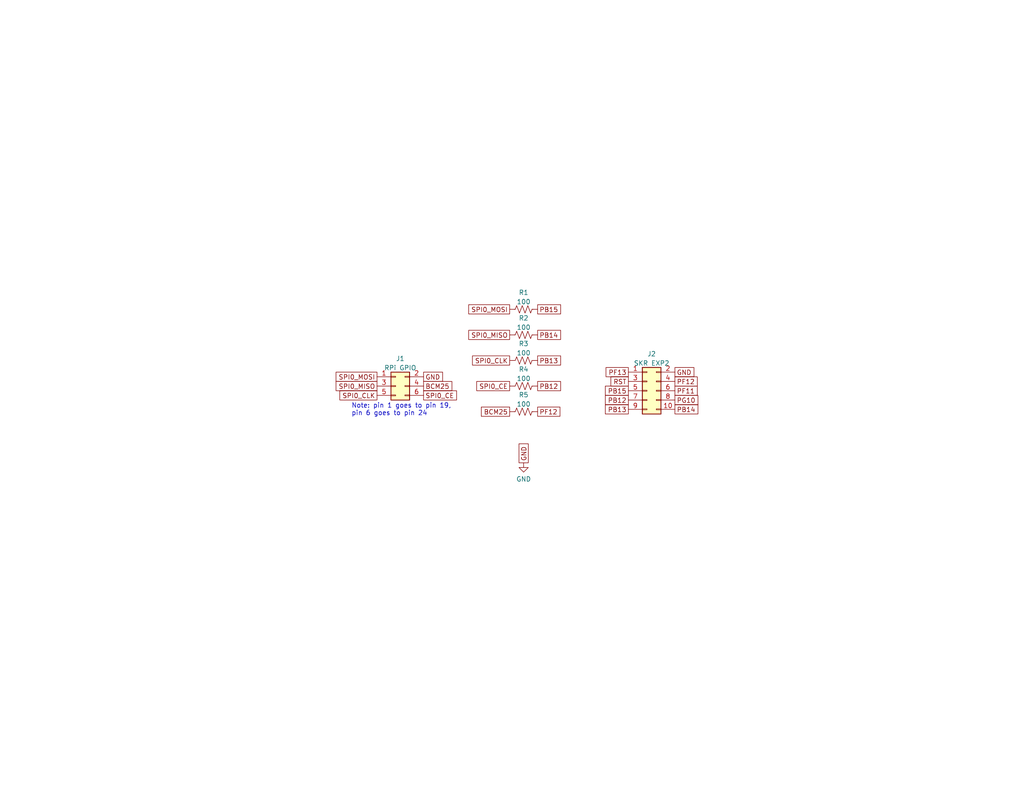
<source format=kicad_sch>
(kicad_sch (version 20211123) (generator eeschema)

  (uuid 9d5cb29b-ba44-4d7a-88ef-c21f003f6be8)

  (paper "USLetter")

  (title_block
    (title "RepRapFirmware Raspberry Pi-to-SKR Adapter")
    (date "2022-08-19")
    (rev "1.0")
    (company "Scott Alfter")
  )

  (lib_symbols
    (symbol "Connector_Generic:Conn_02x03_Odd_Even" (pin_names (offset 1.016) hide) (in_bom yes) (on_board yes)
      (property "Reference" "J" (id 0) (at 1.27 5.08 0)
        (effects (font (size 1.27 1.27)))
      )
      (property "Value" "Conn_02x03_Odd_Even" (id 1) (at 1.27 -5.08 0)
        (effects (font (size 1.27 1.27)))
      )
      (property "Footprint" "" (id 2) (at 0 0 0)
        (effects (font (size 1.27 1.27)) hide)
      )
      (property "Datasheet" "~" (id 3) (at 0 0 0)
        (effects (font (size 1.27 1.27)) hide)
      )
      (property "ki_keywords" "connector" (id 4) (at 0 0 0)
        (effects (font (size 1.27 1.27)) hide)
      )
      (property "ki_description" "Generic connector, double row, 02x03, odd/even pin numbering scheme (row 1 odd numbers, row 2 even numbers), script generated (kicad-library-utils/schlib/autogen/connector/)" (id 5) (at 0 0 0)
        (effects (font (size 1.27 1.27)) hide)
      )
      (property "ki_fp_filters" "Connector*:*_2x??_*" (id 6) (at 0 0 0)
        (effects (font (size 1.27 1.27)) hide)
      )
      (symbol "Conn_02x03_Odd_Even_1_1"
        (rectangle (start -1.27 -2.413) (end 0 -2.667)
          (stroke (width 0.1524) (type default) (color 0 0 0 0))
          (fill (type none))
        )
        (rectangle (start -1.27 0.127) (end 0 -0.127)
          (stroke (width 0.1524) (type default) (color 0 0 0 0))
          (fill (type none))
        )
        (rectangle (start -1.27 2.667) (end 0 2.413)
          (stroke (width 0.1524) (type default) (color 0 0 0 0))
          (fill (type none))
        )
        (rectangle (start -1.27 3.81) (end 3.81 -3.81)
          (stroke (width 0.254) (type default) (color 0 0 0 0))
          (fill (type background))
        )
        (rectangle (start 3.81 -2.413) (end 2.54 -2.667)
          (stroke (width 0.1524) (type default) (color 0 0 0 0))
          (fill (type none))
        )
        (rectangle (start 3.81 0.127) (end 2.54 -0.127)
          (stroke (width 0.1524) (type default) (color 0 0 0 0))
          (fill (type none))
        )
        (rectangle (start 3.81 2.667) (end 2.54 2.413)
          (stroke (width 0.1524) (type default) (color 0 0 0 0))
          (fill (type none))
        )
        (pin passive line (at -5.08 2.54 0) (length 3.81)
          (name "Pin_1" (effects (font (size 1.27 1.27))))
          (number "1" (effects (font (size 1.27 1.27))))
        )
        (pin passive line (at 7.62 2.54 180) (length 3.81)
          (name "Pin_2" (effects (font (size 1.27 1.27))))
          (number "2" (effects (font (size 1.27 1.27))))
        )
        (pin passive line (at -5.08 0 0) (length 3.81)
          (name "Pin_3" (effects (font (size 1.27 1.27))))
          (number "3" (effects (font (size 1.27 1.27))))
        )
        (pin passive line (at 7.62 0 180) (length 3.81)
          (name "Pin_4" (effects (font (size 1.27 1.27))))
          (number "4" (effects (font (size 1.27 1.27))))
        )
        (pin passive line (at -5.08 -2.54 0) (length 3.81)
          (name "Pin_5" (effects (font (size 1.27 1.27))))
          (number "5" (effects (font (size 1.27 1.27))))
        )
        (pin passive line (at 7.62 -2.54 180) (length 3.81)
          (name "Pin_6" (effects (font (size 1.27 1.27))))
          (number "6" (effects (font (size 1.27 1.27))))
        )
      )
    )
    (symbol "Connector_Generic:Conn_02x05_Odd_Even" (pin_names (offset 1.016) hide) (in_bom yes) (on_board yes)
      (property "Reference" "J" (id 0) (at 1.27 7.62 0)
        (effects (font (size 1.27 1.27)))
      )
      (property "Value" "Conn_02x05_Odd_Even" (id 1) (at 1.27 -7.62 0)
        (effects (font (size 1.27 1.27)))
      )
      (property "Footprint" "" (id 2) (at 0 0 0)
        (effects (font (size 1.27 1.27)) hide)
      )
      (property "Datasheet" "~" (id 3) (at 0 0 0)
        (effects (font (size 1.27 1.27)) hide)
      )
      (property "ki_keywords" "connector" (id 4) (at 0 0 0)
        (effects (font (size 1.27 1.27)) hide)
      )
      (property "ki_description" "Generic connector, double row, 02x05, odd/even pin numbering scheme (row 1 odd numbers, row 2 even numbers), script generated (kicad-library-utils/schlib/autogen/connector/)" (id 5) (at 0 0 0)
        (effects (font (size 1.27 1.27)) hide)
      )
      (property "ki_fp_filters" "Connector*:*_2x??_*" (id 6) (at 0 0 0)
        (effects (font (size 1.27 1.27)) hide)
      )
      (symbol "Conn_02x05_Odd_Even_1_1"
        (rectangle (start -1.27 -4.953) (end 0 -5.207)
          (stroke (width 0.1524) (type default) (color 0 0 0 0))
          (fill (type none))
        )
        (rectangle (start -1.27 -2.413) (end 0 -2.667)
          (stroke (width 0.1524) (type default) (color 0 0 0 0))
          (fill (type none))
        )
        (rectangle (start -1.27 0.127) (end 0 -0.127)
          (stroke (width 0.1524) (type default) (color 0 0 0 0))
          (fill (type none))
        )
        (rectangle (start -1.27 2.667) (end 0 2.413)
          (stroke (width 0.1524) (type default) (color 0 0 0 0))
          (fill (type none))
        )
        (rectangle (start -1.27 5.207) (end 0 4.953)
          (stroke (width 0.1524) (type default) (color 0 0 0 0))
          (fill (type none))
        )
        (rectangle (start -1.27 6.35) (end 3.81 -6.35)
          (stroke (width 0.254) (type default) (color 0 0 0 0))
          (fill (type background))
        )
        (rectangle (start 3.81 -4.953) (end 2.54 -5.207)
          (stroke (width 0.1524) (type default) (color 0 0 0 0))
          (fill (type none))
        )
        (rectangle (start 3.81 -2.413) (end 2.54 -2.667)
          (stroke (width 0.1524) (type default) (color 0 0 0 0))
          (fill (type none))
        )
        (rectangle (start 3.81 0.127) (end 2.54 -0.127)
          (stroke (width 0.1524) (type default) (color 0 0 0 0))
          (fill (type none))
        )
        (rectangle (start 3.81 2.667) (end 2.54 2.413)
          (stroke (width 0.1524) (type default) (color 0 0 0 0))
          (fill (type none))
        )
        (rectangle (start 3.81 5.207) (end 2.54 4.953)
          (stroke (width 0.1524) (type default) (color 0 0 0 0))
          (fill (type none))
        )
        (pin passive line (at -5.08 5.08 0) (length 3.81)
          (name "Pin_1" (effects (font (size 1.27 1.27))))
          (number "1" (effects (font (size 1.27 1.27))))
        )
        (pin passive line (at 7.62 -5.08 180) (length 3.81)
          (name "Pin_10" (effects (font (size 1.27 1.27))))
          (number "10" (effects (font (size 1.27 1.27))))
        )
        (pin passive line (at 7.62 5.08 180) (length 3.81)
          (name "Pin_2" (effects (font (size 1.27 1.27))))
          (number "2" (effects (font (size 1.27 1.27))))
        )
        (pin passive line (at -5.08 2.54 0) (length 3.81)
          (name "Pin_3" (effects (font (size 1.27 1.27))))
          (number "3" (effects (font (size 1.27 1.27))))
        )
        (pin passive line (at 7.62 2.54 180) (length 3.81)
          (name "Pin_4" (effects (font (size 1.27 1.27))))
          (number "4" (effects (font (size 1.27 1.27))))
        )
        (pin passive line (at -5.08 0 0) (length 3.81)
          (name "Pin_5" (effects (font (size 1.27 1.27))))
          (number "5" (effects (font (size 1.27 1.27))))
        )
        (pin passive line (at 7.62 0 180) (length 3.81)
          (name "Pin_6" (effects (font (size 1.27 1.27))))
          (number "6" (effects (font (size 1.27 1.27))))
        )
        (pin passive line (at -5.08 -2.54 0) (length 3.81)
          (name "Pin_7" (effects (font (size 1.27 1.27))))
          (number "7" (effects (font (size 1.27 1.27))))
        )
        (pin passive line (at 7.62 -2.54 180) (length 3.81)
          (name "Pin_8" (effects (font (size 1.27 1.27))))
          (number "8" (effects (font (size 1.27 1.27))))
        )
        (pin passive line (at -5.08 -5.08 0) (length 3.81)
          (name "Pin_9" (effects (font (size 1.27 1.27))))
          (number "9" (effects (font (size 1.27 1.27))))
        )
      )
    )
    (symbol "Device:R_US" (pin_numbers hide) (pin_names (offset 0)) (in_bom yes) (on_board yes)
      (property "Reference" "R" (id 0) (at 2.54 0 90)
        (effects (font (size 1.27 1.27)))
      )
      (property "Value" "R_US" (id 1) (at -2.54 0 90)
        (effects (font (size 1.27 1.27)))
      )
      (property "Footprint" "" (id 2) (at 1.016 -0.254 90)
        (effects (font (size 1.27 1.27)) hide)
      )
      (property "Datasheet" "~" (id 3) (at 0 0 0)
        (effects (font (size 1.27 1.27)) hide)
      )
      (property "ki_keywords" "R res resistor" (id 4) (at 0 0 0)
        (effects (font (size 1.27 1.27)) hide)
      )
      (property "ki_description" "Resistor, US symbol" (id 5) (at 0 0 0)
        (effects (font (size 1.27 1.27)) hide)
      )
      (property "ki_fp_filters" "R_*" (id 6) (at 0 0 0)
        (effects (font (size 1.27 1.27)) hide)
      )
      (symbol "R_US_0_1"
        (polyline
          (pts
            (xy 0 -2.286)
            (xy 0 -2.54)
          )
          (stroke (width 0) (type default) (color 0 0 0 0))
          (fill (type none))
        )
        (polyline
          (pts
            (xy 0 2.286)
            (xy 0 2.54)
          )
          (stroke (width 0) (type default) (color 0 0 0 0))
          (fill (type none))
        )
        (polyline
          (pts
            (xy 0 -0.762)
            (xy 1.016 -1.143)
            (xy 0 -1.524)
            (xy -1.016 -1.905)
            (xy 0 -2.286)
          )
          (stroke (width 0) (type default) (color 0 0 0 0))
          (fill (type none))
        )
        (polyline
          (pts
            (xy 0 0.762)
            (xy 1.016 0.381)
            (xy 0 0)
            (xy -1.016 -0.381)
            (xy 0 -0.762)
          )
          (stroke (width 0) (type default) (color 0 0 0 0))
          (fill (type none))
        )
        (polyline
          (pts
            (xy 0 2.286)
            (xy 1.016 1.905)
            (xy 0 1.524)
            (xy -1.016 1.143)
            (xy 0 0.762)
          )
          (stroke (width 0) (type default) (color 0 0 0 0))
          (fill (type none))
        )
      )
      (symbol "R_US_1_1"
        (pin passive line (at 0 3.81 270) (length 1.27)
          (name "~" (effects (font (size 1.27 1.27))))
          (number "1" (effects (font (size 1.27 1.27))))
        )
        (pin passive line (at 0 -3.81 90) (length 1.27)
          (name "~" (effects (font (size 1.27 1.27))))
          (number "2" (effects (font (size 1.27 1.27))))
        )
      )
    )
    (symbol "power:GND" (power) (pin_names (offset 0)) (in_bom yes) (on_board yes)
      (property "Reference" "#PWR" (id 0) (at 0 -6.35 0)
        (effects (font (size 1.27 1.27)) hide)
      )
      (property "Value" "GND" (id 1) (at 0 -3.81 0)
        (effects (font (size 1.27 1.27)))
      )
      (property "Footprint" "" (id 2) (at 0 0 0)
        (effects (font (size 1.27 1.27)) hide)
      )
      (property "Datasheet" "" (id 3) (at 0 0 0)
        (effects (font (size 1.27 1.27)) hide)
      )
      (property "ki_keywords" "power-flag" (id 4) (at 0 0 0)
        (effects (font (size 1.27 1.27)) hide)
      )
      (property "ki_description" "Power symbol creates a global label with name \"GND\" , ground" (id 5) (at 0 0 0)
        (effects (font (size 1.27 1.27)) hide)
      )
      (symbol "GND_0_1"
        (polyline
          (pts
            (xy 0 0)
            (xy 0 -1.27)
            (xy 1.27 -1.27)
            (xy 0 -2.54)
            (xy -1.27 -1.27)
            (xy 0 -1.27)
          )
          (stroke (width 0) (type default) (color 0 0 0 0))
          (fill (type none))
        )
      )
      (symbol "GND_1_1"
        (pin power_in line (at 0 0 270) (length 0) hide
          (name "GND" (effects (font (size 1.27 1.27))))
          (number "1" (effects (font (size 1.27 1.27))))
        )
      )
    )
  )


  (text "Note: pin 1 goes to pin 19,\npin 6 goes to pin 24" (at 95.885 113.665 0)
    (effects (font (size 1.27 1.27)) (justify left bottom))
    (uuid b2f7be08-a0fb-49fb-9185-224661372146)
  )

  (global_label "SPI0_MISO" (shape passive) (at 102.87 105.41 180) (fields_autoplaced)
    (effects (font (size 1.27 1.27)) (justify right))
    (uuid 03fad3fc-158e-4d89-8290-3316b62614ea)
    (property "Intersheet References" "${INTERSHEET_REFS}" (id 0) (at 90.5993 105.3306 0)
      (effects (font (size 1.27 1.27)) (justify right) hide)
    )
  )
  (global_label "PB14" (shape passive) (at 184.15 111.76 0) (fields_autoplaced)
    (effects (font (size 1.27 1.27)) (justify left))
    (uuid 07f6315b-7149-4a5a-a48e-2a282f48f71c)
    (property "Intersheet References" "${INTERSHEET_REFS}" (id 0) (at 191.5221 111.6806 0)
      (effects (font (size 1.27 1.27)) (justify left) hide)
    )
  )
  (global_label "PF12" (shape passive) (at 146.685 112.395 0) (fields_autoplaced)
    (effects (font (size 1.27 1.27)) (justify left))
    (uuid 0a0c4df9-3b01-460a-b3df-248482c2177f)
    (property "Intersheet References" "${INTERSHEET_REFS}" (id 0) (at 153.8757 112.3156 0)
      (effects (font (size 1.27 1.27)) (justify left) hide)
    )
  )
  (global_label "PB12" (shape passive) (at 146.685 105.41 0) (fields_autoplaced)
    (effects (font (size 1.27 1.27)) (justify left))
    (uuid 18673c96-27bd-4b03-bed1-752b524efcaa)
    (property "Intersheet References" "${INTERSHEET_REFS}" (id 0) (at 154.0571 105.4894 0)
      (effects (font (size 1.27 1.27)) (justify left) hide)
    )
  )
  (global_label "SPI0_CE" (shape passive) (at 139.065 105.41 180) (fields_autoplaced)
    (effects (font (size 1.27 1.27)) (justify right))
    (uuid 1aaa9f0b-20bf-4b1f-9c3e-cd3759e9a119)
    (property "Intersheet References" "${INTERSHEET_REFS}" (id 0) (at 128.9714 105.4894 0)
      (effects (font (size 1.27 1.27)) (justify right) hide)
    )
  )
  (global_label "PF13" (shape passive) (at 171.45 101.6 180) (fields_autoplaced)
    (effects (font (size 1.27 1.27)) (justify right))
    (uuid 1bf16973-1b30-4676-bf75-23323ec3368a)
    (property "Intersheet References" "${INTERSHEET_REFS}" (id 0) (at 164.2593 101.5206 0)
      (effects (font (size 1.27 1.27)) (justify right) hide)
    )
  )
  (global_label "BCM25" (shape passive) (at 115.57 105.41 0) (fields_autoplaced)
    (effects (font (size 1.27 1.27)) (justify left))
    (uuid 44fac475-10c2-43b8-a35a-f7b567c57a12)
    (property "Intersheet References" "${INTERSHEET_REFS}" (id 0) (at 124.3936 105.3306 0)
      (effects (font (size 1.27 1.27)) (justify left) hide)
    )
  )
  (global_label "SPI0_CLK" (shape passive) (at 139.065 98.425 180) (fields_autoplaced)
    (effects (font (size 1.27 1.27)) (justify right))
    (uuid 4a525ff6-da2b-47c5-9074-af785aa2359e)
    (property "Intersheet References" "${INTERSHEET_REFS}" (id 0) (at 127.8224 98.3456 0)
      (effects (font (size 1.27 1.27)) (justify right) hide)
    )
  )
  (global_label "PB15" (shape passive) (at 171.45 106.68 180) (fields_autoplaced)
    (effects (font (size 1.27 1.27)) (justify right))
    (uuid 536761c7-bbc0-4eb5-b405-368f00c82aa7)
    (property "Intersheet References" "${INTERSHEET_REFS}" (id 0) (at 164.0779 106.6006 0)
      (effects (font (size 1.27 1.27)) (justify right) hide)
    )
  )
  (global_label "SPI0_CE" (shape passive) (at 115.57 107.95 0) (fields_autoplaced)
    (effects (font (size 1.27 1.27)) (justify left))
    (uuid 5466f1d0-94af-4f3b-8ec9-9deddc758cb7)
    (property "Intersheet References" "${INTERSHEET_REFS}" (id 0) (at 125.6636 107.8706 0)
      (effects (font (size 1.27 1.27)) (justify left) hide)
    )
  )
  (global_label "SPI0_MOSI" (shape passive) (at 139.065 84.455 180) (fields_autoplaced)
    (effects (font (size 1.27 1.27)) (justify right))
    (uuid 739a3ab9-1d23-4453-afd3-ef84686692f4)
    (property "Intersheet References" "${INTERSHEET_REFS}" (id 0) (at 126.7943 84.3756 0)
      (effects (font (size 1.27 1.27)) (justify right) hide)
    )
  )
  (global_label "PB13" (shape passive) (at 171.45 111.76 180) (fields_autoplaced)
    (effects (font (size 1.27 1.27)) (justify right))
    (uuid 748d767b-5e34-49bf-a7d5-ab13d6df2b06)
    (property "Intersheet References" "${INTERSHEET_REFS}" (id 0) (at 164.0779 111.6806 0)
      (effects (font (size 1.27 1.27)) (justify right) hide)
    )
  )
  (global_label "PF11" (shape passive) (at 184.15 106.68 0) (fields_autoplaced)
    (effects (font (size 1.27 1.27)) (justify left))
    (uuid 7e9090ec-8c9c-4e0c-bce8-b815f9e96b51)
    (property "Intersheet References" "${INTERSHEET_REFS}" (id 0) (at 191.3407 106.6006 0)
      (effects (font (size 1.27 1.27)) (justify left) hide)
    )
  )
  (global_label "GND" (shape passive) (at 184.15 101.6 0) (fields_autoplaced)
    (effects (font (size 1.27 1.27)) (justify left))
    (uuid 92c2df3b-7b50-44a2-9920-1e9954b21cff)
    (property "Intersheet References" "${INTERSHEET_REFS}" (id 0) (at 190.4336 101.5206 0)
      (effects (font (size 1.27 1.27)) (justify left) hide)
    )
  )
  (global_label "SPI0_MISO" (shape passive) (at 139.065 91.44 180) (fields_autoplaced)
    (effects (font (size 1.27 1.27)) (justify right))
    (uuid 95e92086-d7f2-4a16-9aa9-16484f0125f6)
    (property "Intersheet References" "${INTERSHEET_REFS}" (id 0) (at 126.7943 91.3606 0)
      (effects (font (size 1.27 1.27)) (justify right) hide)
    )
  )
  (global_label "GND" (shape passive) (at 115.57 102.87 0) (fields_autoplaced)
    (effects (font (size 1.27 1.27)) (justify left))
    (uuid 96a8113a-b961-4d31-b559-2b0346ca7824)
    (property "Intersheet References" "${INTERSHEET_REFS}" (id 0) (at 121.8536 102.7906 0)
      (effects (font (size 1.27 1.27)) (justify left) hide)
    )
  )
  (global_label "PB15" (shape passive) (at 146.685 84.455 0) (fields_autoplaced)
    (effects (font (size 1.27 1.27)) (justify left))
    (uuid ab5e78a8-1e5b-42a2-a7b1-2d7468b65481)
    (property "Intersheet References" "${INTERSHEET_REFS}" (id 0) (at 154.0571 84.5344 0)
      (effects (font (size 1.27 1.27)) (justify left) hide)
    )
  )
  (global_label "PB14" (shape passive) (at 146.685 91.44 0) (fields_autoplaced)
    (effects (font (size 1.27 1.27)) (justify left))
    (uuid abace989-576c-4cc5-af5a-2da7821f549a)
    (property "Intersheet References" "${INTERSHEET_REFS}" (id 0) (at 154.0571 91.3606 0)
      (effects (font (size 1.27 1.27)) (justify left) hide)
    )
  )
  (global_label "SPI0_MOSI" (shape passive) (at 102.87 102.87 180) (fields_autoplaced)
    (effects (font (size 1.27 1.27)) (justify right))
    (uuid b750cbd0-3b9a-4a33-beb5-dc6728131b28)
    (property "Intersheet References" "${INTERSHEET_REFS}" (id 0) (at 90.5993 102.7906 0)
      (effects (font (size 1.27 1.27)) (justify right) hide)
    )
  )
  (global_label "PF12" (shape passive) (at 184.15 104.14 0) (fields_autoplaced)
    (effects (font (size 1.27 1.27)) (justify left))
    (uuid b794f2a3-2424-467b-8bb3-5b6d94545b0b)
    (property "Intersheet References" "${INTERSHEET_REFS}" (id 0) (at 191.3407 104.0606 0)
      (effects (font (size 1.27 1.27)) (justify left) hide)
    )
  )
  (global_label "PG10" (shape passive) (at 184.15 109.22 0) (fields_autoplaced)
    (effects (font (size 1.27 1.27)) (justify left))
    (uuid bf840b3f-6252-4cca-aae7-a5e50ad189ab)
    (property "Intersheet References" "${INTERSHEET_REFS}" (id 0) (at 191.5221 109.1406 0)
      (effects (font (size 1.27 1.27)) (justify left) hide)
    )
  )
  (global_label "GND" (shape passive) (at 142.875 126.365 90) (fields_autoplaced)
    (effects (font (size 1.27 1.27)) (justify left))
    (uuid da36334c-1568-4e01-af7f-cd940ea165c3)
    (property "Intersheet References" "${INTERSHEET_REFS}" (id 0) (at 142.7956 120.0814 90)
      (effects (font (size 1.27 1.27)) (justify left) hide)
    )
  )
  (global_label "PB13" (shape passive) (at 146.685 98.425 0) (fields_autoplaced)
    (effects (font (size 1.27 1.27)) (justify left))
    (uuid de4e8568-c55f-4c66-a0d1-418285b69eb1)
    (property "Intersheet References" "${INTERSHEET_REFS}" (id 0) (at 154.0571 98.5044 0)
      (effects (font (size 1.27 1.27)) (justify left) hide)
    )
  )
  (global_label "SPI0_CLK" (shape passive) (at 102.87 107.95 180) (fields_autoplaced)
    (effects (font (size 1.27 1.27)) (justify right))
    (uuid e59b11b0-5749-48c8-bd3a-e9c31c51bfb5)
    (property "Intersheet References" "${INTERSHEET_REFS}" (id 0) (at 91.6274 107.8706 0)
      (effects (font (size 1.27 1.27)) (justify right) hide)
    )
  )
  (global_label "BCM25" (shape passive) (at 139.065 112.395 180) (fields_autoplaced)
    (effects (font (size 1.27 1.27)) (justify right))
    (uuid e7a6c64a-98fc-4181-96c2-bfa5ed34c752)
    (property "Intersheet References" "${INTERSHEET_REFS}" (id 0) (at 130.2414 112.4744 0)
      (effects (font (size 1.27 1.27)) (justify right) hide)
    )
  )
  (global_label "RST" (shape passive) (at 171.45 104.14 180) (fields_autoplaced)
    (effects (font (size 1.27 1.27)) (justify right))
    (uuid f7d29e8a-5966-4184-8ae6-c5044db40c63)
    (property "Intersheet References" "${INTERSHEET_REFS}" (id 0) (at 165.5898 104.0606 0)
      (effects (font (size 1.27 1.27)) (justify right) hide)
    )
  )
  (global_label "PB12" (shape passive) (at 171.45 109.22 180) (fields_autoplaced)
    (effects (font (size 1.27 1.27)) (justify right))
    (uuid ff7671ed-913e-4bca-96d5-6f828eca6453)
    (property "Intersheet References" "${INTERSHEET_REFS}" (id 0) (at 164.0779 109.1406 0)
      (effects (font (size 1.27 1.27)) (justify right) hide)
    )
  )

  (symbol (lib_id "Device:R_US") (at 142.875 84.455 90) (unit 1)
    (in_bom yes) (on_board yes) (fields_autoplaced)
    (uuid 84eba28b-70bb-4ae3-9f5a-ae6a3cef21c5)
    (property "Reference" "R1" (id 0) (at 142.875 79.8662 90))
    (property "Value" "100" (id 1) (at 142.875 82.4031 90))
    (property "Footprint" "Resistor_SMD:R_0603_1608Metric" (id 2) (at 143.129 83.439 90)
      (effects (font (size 1.27 1.27)) hide)
    )
    (property "Datasheet" "https://www.yageo.com/upload/media/product/productsearch/datasheet/rchip/PYu-RC_Group_51_RoHS_L_11.pdf" (id 3) (at 142.875 84.455 0)
      (effects (font (size 1.27 1.27)) hide)
    )
    (property "Description" "100 Ω 0603 resistor" (id 4) (at 142.875 84.455 0)
      (effects (font (size 1.27 1.27)) hide)
    )
    (property "DigiKey_SKU" "311-100HRCT-ND" (id 5) (at 142.875 84.455 0)
      (effects (font (size 1.27 1.27)) hide)
    )
    (property "MPN" "RC0603FR-07100RL" (id 6) (at 142.875 84.455 0)
      (effects (font (size 1.27 1.27)) hide)
    )
    (property "Manufacturer" "Yageo" (id 7) (at 142.875 84.455 0)
      (effects (font (size 1.27 1.27)) hide)
    )
    (property "Package" "0603" (id 8) (at 142.875 84.455 0)
      (effects (font (size 1.27 1.27)) hide)
    )
    (property "Inv_ID" "49" (id 9) (at 142.875 84.455 0)
      (effects (font (size 1.27 1.27)) hide)
    )
    (property "LCSC_SKU" "C105588" (id 10) (at 142.875 84.455 0)
      (effects (font (size 1.27 1.27)) hide)
    )
    (property "Mouser_SKU" "603-RC0603FR-07100RL" (id 11) (at 142.875 84.455 0)
      (effects (font (size 1.27 1.27)) hide)
    )
    (pin "1" (uuid 9d15ef9c-b13f-4233-907a-f8d6f39e7f13))
    (pin "2" (uuid 344a4af9-fa2e-44b9-b06d-0bf6b8434166))
  )

  (symbol (lib_id "Connector_Generic:Conn_02x05_Odd_Even") (at 176.53 106.68 0) (unit 1)
    (in_bom yes) (on_board yes) (fields_autoplaced)
    (uuid 8a166633-4589-42c5-8407-47dc6468b367)
    (property "Reference" "J2" (id 0) (at 177.8 96.6302 0))
    (property "Value" "SKR EXP2" (id 1) (at 177.8 99.1671 0))
    (property "Footprint" "Connector_PinSocket_2.54mm:PinSocket_2x05_P2.54mm_Horizontal" (id 2) (at 176.53 106.68 0)
      (effects (font (size 1.27 1.27)) hide)
    )
    (property "Datasheet" "https://s3.amazonaws.com/catalogspreads-pdf/PAGE123%20.100%20SFH11%20SERIES%20FEMALE%20HDR%20ST%20RA.pdf" (id 3) (at 176.53 106.68 0)
      (effects (font (size 1.27 1.27)) hide)
    )
    (property "Description" "2x5 Position Header Connector 0.100\" (2.54mm) Through Hole, Right Angle Gold" (id 4) (at 176.53 106.68 0)
      (effects (font (size 1.27 1.27)) hide)
    )
    (property "DigiKey_SKU" "S9202-ND" (id 5) (at 176.53 106.68 0)
      (effects (font (size 1.27 1.27)) hide)
    )
    (property "Inv_ID" "61" (id 6) (at 176.53 106.68 0)
      (effects (font (size 1.27 1.27)) hide)
    )
    (property "LCSC_SKU" "C239356" (id 7) (at 176.53 106.68 0)
      (effects (font (size 1.27 1.27)) hide)
    )
    (property "MPN" "SFH11-PBPC-D05-RA-BK" (id 8) (at 176.53 106.68 0)
      (effects (font (size 1.27 1.27)) hide)
    )
    (property "Manufacturer" "Sullins Connector Solutions" (id 9) (at 176.53 106.68 0)
      (effects (font (size 1.27 1.27)) hide)
    )
    (property "Notes" "LCSC SKU is substitute: CJT A2541HWR-2x5P" (id 10) (at 176.53 106.68 0)
      (effects (font (size 1.27 1.27)) hide)
    )
    (pin "1" (uuid 5f50fcd5-07c7-4a50-ad8d-35a18f3a91c8))
    (pin "10" (uuid 7df372a0-16cc-4614-b0dc-135ddcb1aa1f))
    (pin "2" (uuid accf0505-0539-49b9-a396-8134cc3080ff))
    (pin "3" (uuid 9b34a044-edfe-4dc3-a98a-b61c22884b4a))
    (pin "4" (uuid 127d52c3-e25e-438e-9e3e-059e87cfa2a3))
    (pin "5" (uuid 3aea0fe8-c8d4-4af3-841c-d4d9eebbaf9b))
    (pin "6" (uuid e88b3fbf-ee3e-49eb-a525-9695083884f3))
    (pin "7" (uuid 655b1c88-0d2e-4066-9edb-739ebc690ebb))
    (pin "8" (uuid 716f9de4-9f67-48c8-87ed-cb6047e80d90))
    (pin "9" (uuid d38f2f83-0cd9-4fed-8d2c-7c60a3d8c0b3))
  )

  (symbol (lib_id "Device:R_US") (at 142.875 112.395 90) (unit 1)
    (in_bom yes) (on_board yes) (fields_autoplaced)
    (uuid 99add5e7-1609-4ba5-a06b-06fd7727403b)
    (property "Reference" "R5" (id 0) (at 142.875 107.8062 90))
    (property "Value" "100" (id 1) (at 142.875 110.3431 90))
    (property "Footprint" "Resistor_SMD:R_0603_1608Metric" (id 2) (at 143.129 111.379 90)
      (effects (font (size 1.27 1.27)) hide)
    )
    (property "Datasheet" "https://www.yageo.com/upload/media/product/productsearch/datasheet/rchip/PYu-RC_Group_51_RoHS_L_11.pdf" (id 3) (at 142.875 112.395 0)
      (effects (font (size 1.27 1.27)) hide)
    )
    (property "Description" "100 Ω 0603 resistor" (id 4) (at 142.875 112.395 0)
      (effects (font (size 1.27 1.27)) hide)
    )
    (property "DigiKey_SKU" "311-100HRCT-ND" (id 5) (at 142.875 112.395 0)
      (effects (font (size 1.27 1.27)) hide)
    )
    (property "MPN" "RC0603FR-07100RL" (id 6) (at 142.875 112.395 0)
      (effects (font (size 1.27 1.27)) hide)
    )
    (property "Manufacturer" "Yageo" (id 7) (at 142.875 112.395 0)
      (effects (font (size 1.27 1.27)) hide)
    )
    (property "Package" "0603" (id 8) (at 142.875 112.395 0)
      (effects (font (size 1.27 1.27)) hide)
    )
    (property "Inv_ID" "49" (id 9) (at 142.875 112.395 0)
      (effects (font (size 1.27 1.27)) hide)
    )
    (property "LCSC_SKU" "C105588" (id 10) (at 142.875 112.395 0)
      (effects (font (size 1.27 1.27)) hide)
    )
    (property "Mouser_SKU" "603-RC0603FR-07100RL" (id 11) (at 142.875 112.395 0)
      (effects (font (size 1.27 1.27)) hide)
    )
    (pin "1" (uuid c298c390-1146-42b0-8904-cc463082d393))
    (pin "2" (uuid f53dce0c-047f-4342-b123-c9113818c938))
  )

  (symbol (lib_id "Device:R_US") (at 142.875 91.44 90) (unit 1)
    (in_bom yes) (on_board yes) (fields_autoplaced)
    (uuid b45884f7-16e3-401a-9da3-76ce297ee751)
    (property "Reference" "R2" (id 0) (at 142.875 86.8512 90))
    (property "Value" "100" (id 1) (at 142.875 89.3881 90))
    (property "Footprint" "Resistor_SMD:R_0603_1608Metric" (id 2) (at 143.129 90.424 90)
      (effects (font (size 1.27 1.27)) hide)
    )
    (property "Datasheet" "https://www.yageo.com/upload/media/product/productsearch/datasheet/rchip/PYu-RC_Group_51_RoHS_L_11.pdf" (id 3) (at 142.875 91.44 0)
      (effects (font (size 1.27 1.27)) hide)
    )
    (property "Description" "100 Ω 0603 resistor" (id 4) (at 142.875 91.44 0)
      (effects (font (size 1.27 1.27)) hide)
    )
    (property "DigiKey_SKU" "311-100HRCT-ND" (id 5) (at 142.875 91.44 0)
      (effects (font (size 1.27 1.27)) hide)
    )
    (property "MPN" "RC0603FR-07100RL" (id 6) (at 142.875 91.44 0)
      (effects (font (size 1.27 1.27)) hide)
    )
    (property "Manufacturer" "Yageo" (id 7) (at 142.875 91.44 0)
      (effects (font (size 1.27 1.27)) hide)
    )
    (property "Package" "0603" (id 8) (at 142.875 91.44 0)
      (effects (font (size 1.27 1.27)) hide)
    )
    (property "Inv_ID" "49" (id 9) (at 142.875 91.44 0)
      (effects (font (size 1.27 1.27)) hide)
    )
    (property "LCSC_SKU" "C105588" (id 10) (at 142.875 91.44 0)
      (effects (font (size 1.27 1.27)) hide)
    )
    (property "Mouser_SKU" "603-RC0603FR-07100RL" (id 11) (at 142.875 91.44 0)
      (effects (font (size 1.27 1.27)) hide)
    )
    (pin "1" (uuid 012da591-33b2-491a-bd1e-7751e33a1dc5))
    (pin "2" (uuid ba089155-8068-4cf7-a0eb-61c988a7976d))
  )

  (symbol (lib_id "power:GND") (at 142.875 126.365 0) (unit 1)
    (in_bom yes) (on_board yes) (fields_autoplaced)
    (uuid d57da2d3-a3f3-4b13-9d08-0d117f31159f)
    (property "Reference" "#PWR01" (id 0) (at 142.875 132.715 0)
      (effects (font (size 1.27 1.27)) hide)
    )
    (property "Value" "GND" (id 1) (at 142.875 130.8084 0))
    (property "Footprint" "" (id 2) (at 142.875 126.365 0)
      (effects (font (size 1.27 1.27)) hide)
    )
    (property "Datasheet" "" (id 3) (at 142.875 126.365 0)
      (effects (font (size 1.27 1.27)) hide)
    )
    (pin "1" (uuid 65024eb0-6b85-4609-b260-d6bd00826a55))
  )

  (symbol (lib_id "Device:R_US") (at 142.875 105.41 90) (unit 1)
    (in_bom yes) (on_board yes) (fields_autoplaced)
    (uuid de144e33-d88d-4dd0-968b-d46a525400bc)
    (property "Reference" "R4" (id 0) (at 142.875 100.8212 90))
    (property "Value" "100" (id 1) (at 142.875 103.3581 90))
    (property "Footprint" "Resistor_SMD:R_0603_1608Metric" (id 2) (at 143.129 104.394 90)
      (effects (font (size 1.27 1.27)) hide)
    )
    (property "Datasheet" "https://www.yageo.com/upload/media/product/productsearch/datasheet/rchip/PYu-RC_Group_51_RoHS_L_11.pdf" (id 3) (at 142.875 105.41 0)
      (effects (font (size 1.27 1.27)) hide)
    )
    (property "Description" "100 Ω 0603 resistor" (id 4) (at 142.875 105.41 0)
      (effects (font (size 1.27 1.27)) hide)
    )
    (property "DigiKey_SKU" "311-100HRCT-ND" (id 5) (at 142.875 105.41 0)
      (effects (font (size 1.27 1.27)) hide)
    )
    (property "MPN" "RC0603FR-07100RL" (id 6) (at 142.875 105.41 0)
      (effects (font (size 1.27 1.27)) hide)
    )
    (property "Manufacturer" "Yageo" (id 7) (at 142.875 105.41 0)
      (effects (font (size 1.27 1.27)) hide)
    )
    (property "Package" "0603" (id 8) (at 142.875 105.41 0)
      (effects (font (size 1.27 1.27)) hide)
    )
    (property "Inv_ID" "49" (id 9) (at 142.875 105.41 0)
      (effects (font (size 1.27 1.27)) hide)
    )
    (property "LCSC_SKU" "C105588" (id 10) (at 142.875 105.41 0)
      (effects (font (size 1.27 1.27)) hide)
    )
    (property "Mouser_SKU" "603-RC0603FR-07100RL" (id 11) (at 142.875 105.41 0)
      (effects (font (size 1.27 1.27)) hide)
    )
    (pin "1" (uuid cf5a3a24-7d90-4eaa-8e58-ba22b8fc6a23))
    (pin "2" (uuid 7b525e5b-4914-4bc8-b7a2-80622e84259e))
  )

  (symbol (lib_id "Connector_Generic:Conn_02x03_Odd_Even") (at 107.95 105.41 0) (unit 1)
    (in_bom yes) (on_board yes) (fields_autoplaced)
    (uuid ebe06828-eed7-4051-9bce-7977498c10a8)
    (property "Reference" "J1" (id 0) (at 109.22 97.9002 0))
    (property "Value" "RPi GPIO" (id 1) (at 109.22 100.4371 0))
    (property "Footprint" "Connector_PinHeader_2.54mm:PinHeader_2x03_P2.54mm_Horizontal" (id 2) (at 107.95 105.41 0)
      (effects (font (size 1.27 1.27)) hide)
    )
    (property "Datasheet" "https://app.adam-tech.com/products/download/data_sheet/200508/ph2ra-xx-ua-data-sheet.pdf" (id 3) (at 107.95 105.41 0)
      (effects (font (size 1.27 1.27)) hide)
    )
    (property "Description" "Connector Header Through Hole, Right Angle 2x3 position 0.100\" (2.54mm)" (id 4) (at 107.95 105.41 0)
      (effects (font (size 1.27 1.27)) hide)
    )
    (property "DigiKey_SKU" "2057-PH2RA-06-UA-ND" (id 5) (at 107.95 105.41 0)
      (effects (font (size 1.27 1.27)) hide)
    )
    (property "Inv_ID" "60" (id 6) (at 107.95 105.41 0)
      (effects (font (size 1.27 1.27)) hide)
    )
    (property "LCSC_SKU" "C706884" (id 7) (at 107.95 105.41 0)
      (effects (font (size 1.27 1.27)) hide)
    )
    (property "MPN" "PH2RA-06-UA" (id 8) (at 107.95 105.41 0)
      (effects (font (size 1.27 1.27)) hide)
    )
    (property "Manufacturer" "Adam Tech" (id 9) (at 107.95 105.41 0)
      (effects (font (size 1.27 1.27)) hide)
    )
    (property "Notes" "LCSC SKU is substitute:: XKB X6521WR-2x03H-C30D60" (id 10) (at 107.95 105.41 0)
      (effects (font (size 1.27 1.27)) hide)
    )
    (pin "1" (uuid 66b7231b-f39d-4ca9-a0c2-a365c648ce79))
    (pin "2" (uuid 77c4ba1d-ec7b-43fc-acd9-b7a66ac68b74))
    (pin "3" (uuid 344a491e-8f83-4330-a040-becde2780e75))
    (pin "4" (uuid 622fc46e-7c65-4565-8b51-be4b2b5dcc1b))
    (pin "5" (uuid 557e366a-43cb-4c9e-80a5-0fb20466c4a7))
    (pin "6" (uuid 0bb8be9f-94e1-4e44-bb06-05c20ccfcb3a))
  )

  (symbol (lib_id "Device:R_US") (at 142.875 98.425 90) (unit 1)
    (in_bom yes) (on_board yes) (fields_autoplaced)
    (uuid f43ce1d5-2f9d-4c36-b2e9-93aa302e1755)
    (property "Reference" "R3" (id 0) (at 142.875 93.8362 90))
    (property "Value" "100" (id 1) (at 142.875 96.3731 90))
    (property "Footprint" "Resistor_SMD:R_0603_1608Metric" (id 2) (at 143.129 97.409 90)
      (effects (font (size 1.27 1.27)) hide)
    )
    (property "Datasheet" "https://www.yageo.com/upload/media/product/productsearch/datasheet/rchip/PYu-RC_Group_51_RoHS_L_11.pdf" (id 3) (at 142.875 98.425 0)
      (effects (font (size 1.27 1.27)) hide)
    )
    (property "Description" "100 Ω 0603 resistor" (id 4) (at 142.875 98.425 0)
      (effects (font (size 1.27 1.27)) hide)
    )
    (property "DigiKey_SKU" "311-100HRCT-ND" (id 5) (at 142.875 98.425 0)
      (effects (font (size 1.27 1.27)) hide)
    )
    (property "MPN" "RC0603FR-07100RL" (id 6) (at 142.875 98.425 0)
      (effects (font (size 1.27 1.27)) hide)
    )
    (property "Manufacturer" "Yageo" (id 7) (at 142.875 98.425 0)
      (effects (font (size 1.27 1.27)) hide)
    )
    (property "Package" "0603" (id 8) (at 142.875 98.425 0)
      (effects (font (size 1.27 1.27)) hide)
    )
    (property "Inv_ID" "49" (id 9) (at 142.875 98.425 0)
      (effects (font (size 1.27 1.27)) hide)
    )
    (property "LCSC_SKU" "C105588" (id 10) (at 142.875 98.425 0)
      (effects (font (size 1.27 1.27)) hide)
    )
    (property "Mouser_SKU" "603-RC0603FR-07100RL" (id 11) (at 142.875 98.425 0)
      (effects (font (size 1.27 1.27)) hide)
    )
    (pin "1" (uuid 0f7ce01b-405a-4aaf-8ead-24d92cb81b62))
    (pin "2" (uuid 6f78c335-0c3c-4a35-93e5-b20f525cc83d))
  )

  (sheet_instances
    (path "/" (page "1"))
  )

  (symbol_instances
    (path "/d57da2d3-a3f3-4b13-9d08-0d117f31159f"
      (reference "#PWR01") (unit 1) (value "GND") (footprint "")
    )
    (path "/ebe06828-eed7-4051-9bce-7977498c10a8"
      (reference "J1") (unit 1) (value "RPi GPIO") (footprint "Connector_PinHeader_2.54mm:PinHeader_2x03_P2.54mm_Horizontal")
    )
    (path "/8a166633-4589-42c5-8407-47dc6468b367"
      (reference "J2") (unit 1) (value "SKR EXP2") (footprint "Connector_PinSocket_2.54mm:PinSocket_2x05_P2.54mm_Horizontal")
    )
    (path "/84eba28b-70bb-4ae3-9f5a-ae6a3cef21c5"
      (reference "R1") (unit 1) (value "100") (footprint "Resistor_SMD:R_0603_1608Metric")
    )
    (path "/b45884f7-16e3-401a-9da3-76ce297ee751"
      (reference "R2") (unit 1) (value "100") (footprint "Resistor_SMD:R_0603_1608Metric")
    )
    (path "/f43ce1d5-2f9d-4c36-b2e9-93aa302e1755"
      (reference "R3") (unit 1) (value "100") (footprint "Resistor_SMD:R_0603_1608Metric")
    )
    (path "/de144e33-d88d-4dd0-968b-d46a525400bc"
      (reference "R4") (unit 1) (value "100") (footprint "Resistor_SMD:R_0603_1608Metric")
    )
    (path "/99add5e7-1609-4ba5-a06b-06fd7727403b"
      (reference "R5") (unit 1) (value "100") (footprint "Resistor_SMD:R_0603_1608Metric")
    )
  )
)

</source>
